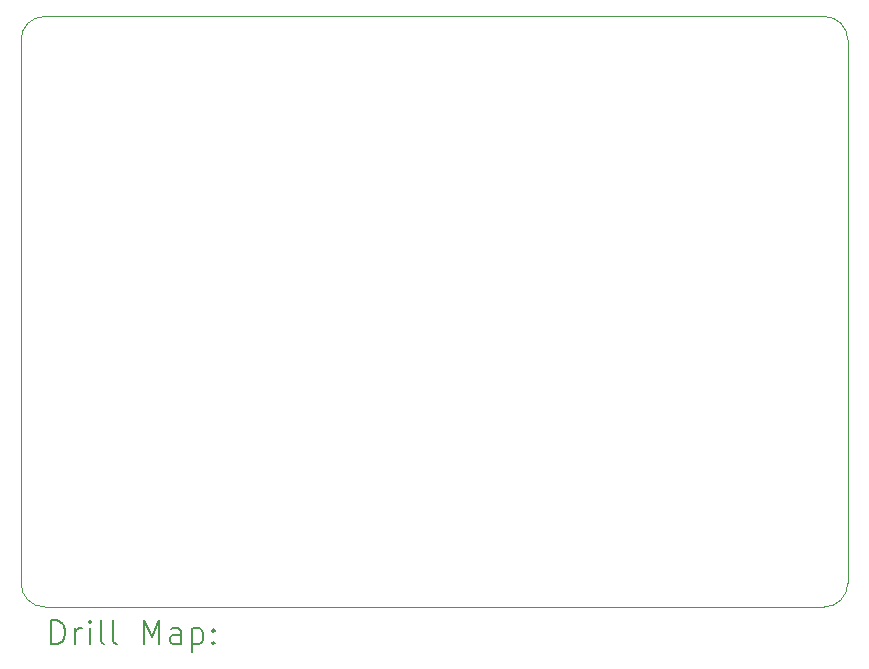
<source format=gbr>
%TF.GenerationSoftware,KiCad,Pcbnew,8.0.3-8.0.3-0~ubuntu22.04.1*%
%TF.CreationDate,2024-06-15T19:31:17-04:00*%
%TF.ProjectId,main_board,6d61696e-5f62-46f6-9172-642e6b696361,rev?*%
%TF.SameCoordinates,Original*%
%TF.FileFunction,Drillmap*%
%TF.FilePolarity,Positive*%
%FSLAX45Y45*%
G04 Gerber Fmt 4.5, Leading zero omitted, Abs format (unit mm)*
G04 Created by KiCad (PCBNEW 8.0.3-8.0.3-0~ubuntu22.04.1) date 2024-06-15 19:31:17*
%MOMM*%
%LPD*%
G01*
G04 APERTURE LIST*
%ADD10C,0.050000*%
%ADD11C,0.200000*%
G04 APERTURE END LIST*
D10*
X6500000Y-7700000D02*
G75*
G02*
X6700000Y-7500000I200000J0D01*
G01*
X13500000Y-7700000D02*
X13500000Y-12300000D01*
X13300000Y-7500000D02*
G75*
G02*
X13500000Y-7700000I0J-200000D01*
G01*
X6500000Y-12300000D02*
X6500000Y-7700000D01*
X6700000Y-7500000D02*
X13300000Y-7500000D01*
X13500000Y-12300000D02*
G75*
G02*
X13300000Y-12500000I-200000J0D01*
G01*
X6700000Y-12500000D02*
G75*
G02*
X6500000Y-12300000I0J200000D01*
G01*
X13300000Y-12500000D02*
X6700000Y-12500000D01*
D11*
X6758277Y-12813984D02*
X6758277Y-12613984D01*
X6758277Y-12613984D02*
X6805896Y-12613984D01*
X6805896Y-12613984D02*
X6834467Y-12623508D01*
X6834467Y-12623508D02*
X6853515Y-12642555D01*
X6853515Y-12642555D02*
X6863039Y-12661603D01*
X6863039Y-12661603D02*
X6872562Y-12699698D01*
X6872562Y-12699698D02*
X6872562Y-12728269D01*
X6872562Y-12728269D02*
X6863039Y-12766365D01*
X6863039Y-12766365D02*
X6853515Y-12785412D01*
X6853515Y-12785412D02*
X6834467Y-12804460D01*
X6834467Y-12804460D02*
X6805896Y-12813984D01*
X6805896Y-12813984D02*
X6758277Y-12813984D01*
X6958277Y-12813984D02*
X6958277Y-12680650D01*
X6958277Y-12718746D02*
X6967801Y-12699698D01*
X6967801Y-12699698D02*
X6977324Y-12690174D01*
X6977324Y-12690174D02*
X6996372Y-12680650D01*
X6996372Y-12680650D02*
X7015420Y-12680650D01*
X7082086Y-12813984D02*
X7082086Y-12680650D01*
X7082086Y-12613984D02*
X7072562Y-12623508D01*
X7072562Y-12623508D02*
X7082086Y-12633031D01*
X7082086Y-12633031D02*
X7091610Y-12623508D01*
X7091610Y-12623508D02*
X7082086Y-12613984D01*
X7082086Y-12613984D02*
X7082086Y-12633031D01*
X7205896Y-12813984D02*
X7186848Y-12804460D01*
X7186848Y-12804460D02*
X7177324Y-12785412D01*
X7177324Y-12785412D02*
X7177324Y-12613984D01*
X7310658Y-12813984D02*
X7291610Y-12804460D01*
X7291610Y-12804460D02*
X7282086Y-12785412D01*
X7282086Y-12785412D02*
X7282086Y-12613984D01*
X7539229Y-12813984D02*
X7539229Y-12613984D01*
X7539229Y-12613984D02*
X7605896Y-12756841D01*
X7605896Y-12756841D02*
X7672562Y-12613984D01*
X7672562Y-12613984D02*
X7672562Y-12813984D01*
X7853515Y-12813984D02*
X7853515Y-12709222D01*
X7853515Y-12709222D02*
X7843991Y-12690174D01*
X7843991Y-12690174D02*
X7824943Y-12680650D01*
X7824943Y-12680650D02*
X7786848Y-12680650D01*
X7786848Y-12680650D02*
X7767801Y-12690174D01*
X7853515Y-12804460D02*
X7834467Y-12813984D01*
X7834467Y-12813984D02*
X7786848Y-12813984D01*
X7786848Y-12813984D02*
X7767801Y-12804460D01*
X7767801Y-12804460D02*
X7758277Y-12785412D01*
X7758277Y-12785412D02*
X7758277Y-12766365D01*
X7758277Y-12766365D02*
X7767801Y-12747317D01*
X7767801Y-12747317D02*
X7786848Y-12737793D01*
X7786848Y-12737793D02*
X7834467Y-12737793D01*
X7834467Y-12737793D02*
X7853515Y-12728269D01*
X7948753Y-12680650D02*
X7948753Y-12880650D01*
X7948753Y-12690174D02*
X7967801Y-12680650D01*
X7967801Y-12680650D02*
X8005896Y-12680650D01*
X8005896Y-12680650D02*
X8024943Y-12690174D01*
X8024943Y-12690174D02*
X8034467Y-12699698D01*
X8034467Y-12699698D02*
X8043991Y-12718746D01*
X8043991Y-12718746D02*
X8043991Y-12775888D01*
X8043991Y-12775888D02*
X8034467Y-12794936D01*
X8034467Y-12794936D02*
X8024943Y-12804460D01*
X8024943Y-12804460D02*
X8005896Y-12813984D01*
X8005896Y-12813984D02*
X7967801Y-12813984D01*
X7967801Y-12813984D02*
X7948753Y-12804460D01*
X8129705Y-12794936D02*
X8139229Y-12804460D01*
X8139229Y-12804460D02*
X8129705Y-12813984D01*
X8129705Y-12813984D02*
X8120182Y-12804460D01*
X8120182Y-12804460D02*
X8129705Y-12794936D01*
X8129705Y-12794936D02*
X8129705Y-12813984D01*
X8129705Y-12690174D02*
X8139229Y-12699698D01*
X8139229Y-12699698D02*
X8129705Y-12709222D01*
X8129705Y-12709222D02*
X8120182Y-12699698D01*
X8120182Y-12699698D02*
X8129705Y-12690174D01*
X8129705Y-12690174D02*
X8129705Y-12709222D01*
M02*

</source>
